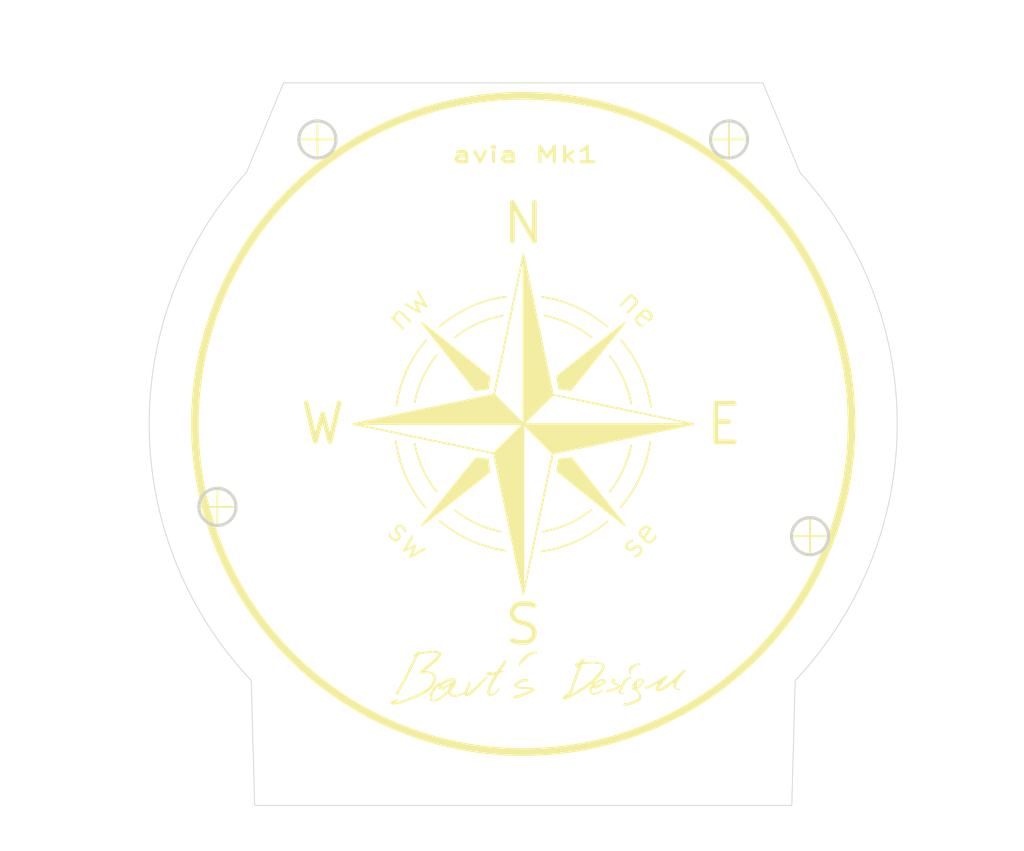
<source format=kicad_pcb>
(kicad_pcb (version 20211014) (generator pcbnew)
  (layers (0 "F.Cu" signal) (31 "B.Cu" signal) (34 "B.Paste" user) (35 "F.Paste" user) (36 "B.SilkS" user "B.Silkscreen") (37 "F.SilkS" user "F.Silkscreen") (38 "B.Mask" user) (39 "F.Mask" user) (44 "Edge.Cuts" user))
  (net 0 "")
  (footprint "BartLib_Logo:BD_full 20x5.2" (layer "F.Cu") (at 201.02 116.87)
    (fp_text reference "G***" hide)
    (fp_text value "LOGO" hide)
  )
  (gr_arc (start 194.388408 104.383699) (mid 193.499841 102.919271) (end 192.986752 101.285) (layer "F.SilkS") (width 0.12))
  (gr_arc (start 195.588053 94.386656) (mid 197.052476 93.498077) (end 198.686752 92.985) (layer "F.SilkS") (width 0.12))
  (gr_line (start 206.561752 93.46) (end 203.061752 97.81) (layer "F.SilkS") (width 0.12))
  (gr_line (start 193.461752 106.56) (end 196.961752 102.21) (layer "F.SilkS") (width 0.12))
  (gr_circle (center 180.211752 105.37) (end 181.411752 105.37) (layer "F.SilkS") (width 0.2) (fill none))
  (gr_circle (center 200.001752 100) (end 178.753504 100) (layer "F.SilkS") (width 0.5) (fill none))
  (gr_line (start 180.211752 106.57) (end 180.211752 104.17) (layer "F.SilkS") (width 0.12))
  (gr_line (start 217.361752 107.27) (end 219.761752 107.27) (layer "F.SilkS") (width 0.12))
  (gr_arc (start 208.22649 101.154648) (mid 207.571083 103.406498) (end 206.311752 105.385) (layer "F.SilkS") (width 0.12))
  (gr_circle (center 218.561752 107.27) (end 219.761752 107.27) (layer "F.SilkS") (width 0.2) (fill none))
  (gr_line (start 218.561752 108.47) (end 218.561752 106.07) (layer "F.SilkS") (width 0.12))
  (gr_arc (start 198.842104 108.199738) (mid 196.590262 107.544314) (end 194.611752 106.285) (layer "F.SilkS") (width 0.12))
  (gr_arc (start 201.410495 92.991175) (mid 202.993022 93.51174) (end 204.411752 94.385) (layer "F.SilkS") (width 0.12))
  (gr_line (start 186.681752 82.78) (end 186.681752 80.38) (layer "F.SilkS") (width 0.12))
  (gr_arc (start 205.585096 95.586301) (mid 206.473662 97.05073) (end 206.986752 98.685) (layer "F.SilkS") (width 0.12))
  (gr_line (start 197.711752 102.31) (end 196.961752 102.21) (layer "F.SilkS") (width 0.12))
  (gr_line (start 203.111752 102.21) (end 206.561752 106.56) (layer "F.SilkS") (width 0.12))
  (gr_line (start 185.481752 81.58) (end 187.881752 81.58) (layer "F.SilkS") (width 0.12))
  (gr_line (start 201.911752 101.91) (end 200.011752 111.01) (layer "F.SilkS") (width 0.12))
  (gr_arc (start 206.980577 101.408743) (mid 206.459999 102.991264) (end 205.586752 104.41) (layer "F.SilkS") (width 0.12))
  (gr_line (start 198.111752 101.91) (end 189.011752 100.01) (layer "F.SilkS") (width 0.12))
  (gr_line (start 213.321752 82.78) (end 213.321752 80.38) (layer "F.SilkS") (width 0.12))
  (gr_poly (pts (xy 197.811752 96.96) (xy 197.711752 97.71) (xy 196.911752 97.81) (xy 193.461752 93.46)) (layer "F.SilkS") (width 0.1) (fill solid))
  (gr_arc (start 201.1814 91.770262) (mid 203.433251 92.425666) (end 205.411752 93.685) (layer "F.SilkS") (width 0.12))
  (gr_line (start 196.911752 97.81) (end 193.461752 93.46) (layer "F.SilkS") (width 0.12))
  (gr_line (start 202.211752 96.91) (end 206.561752 93.46) (layer "F.SilkS") (width 0.12))
  (gr_arc (start 194.590978 93.689927) (mid 196.599582 92.414937) (end 198.886752 91.76) (layer "F.SilkS") (width 0.12))
  (gr_line (start 179.011752 105.37) (end 181.411752 105.37) (layer "F.SilkS") (width 0.12))
  (gr_poly (pts (xy 198.111752 101.91) (xy 200.011752 100.01) (xy 200.011752 111.01)) (layer "F.SilkS") (width 0.1) (fill solid))
  (gr_line (start 200.011752 100.01) (end 201.911752 101.91) (layer "F.SilkS") (width 0.12))
  (gr_poly (pts (xy 202.211752 103.06) (xy 202.311752 102.31) (xy 203.111752 102.21) (xy 206.561752 106.56)) (layer "F.SilkS") (width 0.1) (fill solid))
  (gr_line (start 197.711752 97.71) (end 196.911752 97.81) (layer "F.SilkS") (width 0.12))
  (gr_line (start 200.011752 100.01) (end 201.911752 98.11) (layer "F.SilkS") (width 0.12))
  (gr_line (start 200.011752 100.01) (end 198.111752 98.11) (layer "F.SilkS") (width 0.12))
  (gr_line (start 206.561752 106.56) (end 202.211752 103.06) (layer "F.SilkS") (width 0.12))
  (gr_line (start 197.711752 102.31) (end 197.811752 103.11) (layer "F.SilkS") (width 0.12))
  (gr_line (start 189.011752 100.01) (end 198.111752 98.11) (layer "F.SilkS") (width 0.12))
  (gr_line (start 212.121752 81.58) (end 214.521752 81.58) (layer "F.SilkS") (width 0.12))
  (gr_poly (pts (xy 201.911752 101.91) (xy 200.011752 100.01) (xy 211.011752 100.01)) (layer "F.SilkS") (width 0.1) (fill solid))
  (gr_arc (start 198.563009 106.978825) (mid 196.980482 106.458262) (end 195.561752 105.585) (layer "F.SilkS") (width 0.12))
  (gr_line (start 202.311752 97.71) (end 203.061752 97.81) (layer "F.SilkS") (width 0.12))
  (gr_line (start 202.311752 97.71) (end 202.211752 96.91) (layer "F.SilkS") (width 0.12))
  (gr_poly (pts (xy 203.061752 97.81) (xy 202.311752 97.71) (xy 202.211752 96.91) (xy 206.561752 93.46)) (layer "F.SilkS") (width 0.1) (fill solid))
  (gr_arc (start 193.691679 105.430774) (mid 192.416673 103.422177) (end 191.761752 101.135) (layer "F.SilkS") (width 0.12))
  (gr_line (start 200.011752 111.01) (end 198.111752 101.91) (layer "F.SilkS") (width 0.12))
  (gr_line (start 200.011752 100.01) (end 198.111752 98.11) (layer "F.SilkS") (width 0.12))
  (gr_poly (pts (xy 196.961752 102.21) (xy 197.711752 102.31) (xy 197.811752 103.11) (xy 193.461752 106.56)) (layer "F.SilkS") (width 0.1) (fill solid))
  (gr_line (start 200.011752 100.01) (end 198.111752 101.91) (layer "F.SilkS") (width 0.12))
  (gr_line (start 200.011752 100.01) (end 198.111752 101.91) (layer "F.SilkS") (width 0.12))
  (gr_line (start 200.011752 89.01) (end 201.911752 98.11) (layer "F.SilkS") (width 0.12))
  (gr_arc (start 205.432526 106.330073) (mid 203.423923 107.605065) (end 201.136752 108.26) (layer "F.SilkS") (width 0.12))
  (gr_line (start 211.011752 100.01) (end 201.911752 101.91) (layer "F.SilkS") (width 0.12))
  (gr_arc (start 191.797014 98.815352) (mid 192.452421 96.563502) (end 193.711752 94.585) (layer "F.SilkS") (width 0.12))
  (gr_arc (start 206.331825 94.589226) (mid 207.606831 96.597823) (end 208.261752 98.885) (layer "F.SilkS") (width 0.12))
  (gr_line (start 193.461752 93.46) (end 197.811752 96.96) (layer "F.SilkS") (width 0.12))
  (gr_circle (center 213.321752 81.58) (end 214.521752 81.58) (layer "F.SilkS") (width 0.2) (fill none))
  (gr_line (start 197.711752 97.71) (end 197.811752 96.96) (layer "F.SilkS") (width 0.12))
  (gr_line (start 198.111752 98.11) (end 200.011752 89.01) (layer "F.SilkS") (width 0.12))
  (gr_poly (pts (xy 201.911752 98.11) (xy 200.011752 100.01) (xy 200.011752 89.01)) (layer "F.SilkS") (width 0.1) (fill solid))
  (gr_circle (center 186.681752 81.58) (end 187.881752 81.58) (layer "F.SilkS") (width 0.2) (fill none))
  (gr_line (start 200.011752 100.01) (end 201.911752 98.11) (layer "F.SilkS") (width 0.12))
  (gr_arc (start 204.385451 105.583344) (mid 202.921029 106.471924) (end 201.286752 106.985) (layer "F.SilkS") (width 0.12))
  (gr_line (start 202.311752 102.31) (end 202.211752 103.06) (layer "F.SilkS") (width 0.12))
  (gr_line (start 202.311752 102.31) (end 203.111752 102.21) (layer "F.SilkS") (width 0.12))
  (gr_arc (start 192.992927 98.561257) (mid 193.513506 96.978737) (end 194.386752 95.56) (layer "F.SilkS") (width 0.12))
  (gr_line (start 200.011752 100.01) (end 201.911752 101.91) (layer "F.SilkS") (width 0.12))
  (gr_line (start 197.811752 103.11) (end 193.461752 106.56) (layer "F.SilkS") (width 0.12))
  (gr_line (start 201.911752 98.11) (end 211.011752 100.01) (layer "F.SilkS") (width 0.12))
  (gr_poly (pts (xy 198.111752 98.11) (xy 200.011752 100.01) (xy 189.011752 100.01)) (layer "F.SilkS") (width 0.1) (fill solid))
  (gr_circle (center 180.21 105.37) (end 179.01 105.37) (layer "Edge.Cuts") (width 0.2) (fill none))
  (gr_line (start 182.399373 116.614818) (end 182.62 124.7) (layer "Edge.Cuts") (width 0.05))
  (gr_circle (center 186.68 81.58) (end 185.48 81.58) (layer "Edge.Cuts") (width 0.2) (fill none))
  (gr_line (start 182.094102 83.714636) (end 184.49 77.91) (layer "Edge.Cuts") (width 0.05))
  (gr_circle (center 218.56 107.27) (end 217.36 107.27) (layer "Edge.Cuts") (width 0.2) (fill none))
  (gr_arc (start 182.399373 116.614818) (mid 175.797029 100.224572) (end 182.094102 83.714636) (layer "Edge.Cuts") (width 0.05))
  (gr_line (start 200 124.7) (end 217.38 124.7) (layer "Edge.Cuts") (width 0.05))
  (gr_line (start 182.62 124.7) (end 200 124.7) (layer "Edge.Cuts") (width 0.05))
  (gr_arc (start 217.905898 83.714636) (mid 224.202972 100.224572) (end 217.600627 116.614818) (layer "Edge.Cuts") (width 0.05))
  (gr_line (start 184.49 77.91) (end 200 77.91) (layer "Edge.Cuts") (width 0.05))
  (gr_line (start 215.51 77.91) (end 217.905898 83.714636) (layer "Edge.Cuts") (width 0.05))
  (gr_circle (center 213.32 81.58) (end 212.12 81.58) (layer "Edge.Cuts") (width 0.2) (fill none))
  (gr_line (start 217.38 124.7) (end 217.600627 116.614818) (layer "Edge.Cuts") (width 0.05))
  (gr_line (start 200 77.91) (end 215.51 77.91) (layer "Edge.Cuts") (width 0.05))
  (gr_text "avia Mk1" (at 200.113504 82.57) (layer "F.SilkS") (effects (font (size 1 1.4) (thickness 0.2))))
  (gr_text "W" (at 187.021752 100) (layer "F.SilkS") (effects (font (size 2.5 2.5) (thickness 0.3))))
  (gr_text "E" (at 213.001752 100.02) (layer "F.SilkS") (effects (font (size 2.5 2.5) (thickness 0.3))))
  (gr_text "sw" (at 192.561752 107.485 315) (layer "F.SilkS") (effects (font (size 1.5 1.5))))
  (gr_text "se" (at 207.486752 107.46 45) (layer "F.SilkS") (effects (font (size 1.5 1.5))))
  (gr_text "S" (at 200.001752 113) (layer "F.SilkS") (effects (font (size 2.5 2.5) (thickness 0.3))))
  (gr_text "ne" (at 207.461752 92.535 315) (layer "F.SilkS") (effects (font (size 1.5 1.5))))
  (gr_text "N" (at 200.011752 87.01) (layer "F.SilkS") (effects (font (size 2.5 2.5) (thickness 0.3))))
  (gr_text "nw" (at 192.536752 92.56 45) (layer "F.SilkS") (effects (font (size 1.5 1.5))))
)
</source>
